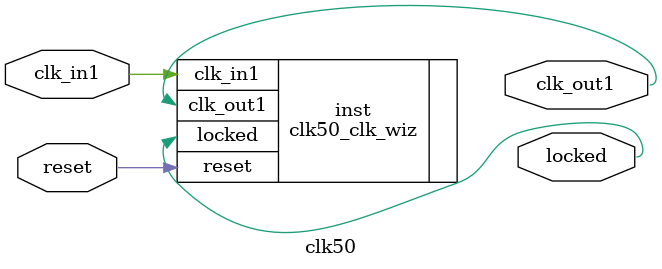
<source format=v>


`timescale 1ps/1ps

(* CORE_GENERATION_INFO = "clk50,clk_wiz_v6_0_3_0_0,{component_name=clk50,use_phase_alignment=true,use_min_o_jitter=false,use_max_i_jitter=false,use_dyn_phase_shift=false,use_inclk_switchover=false,use_dyn_reconfig=false,enable_axi=0,feedback_source=FDBK_AUTO,PRIMITIVE=MMCM,num_out_clk=1,clkin1_period=10.000,clkin2_period=10.000,use_power_down=false,use_reset=true,use_locked=true,use_inclk_stopped=false,feedback_type=SINGLE,CLOCK_MGR_TYPE=NA,manual_override=false}" *)

module clk50 
 (
  // Clock out ports
  output        clk_out1,
  // Status and control signals
  input         reset,
  output        locked,
 // Clock in ports
  input         clk_in1
 );

  clk50_clk_wiz inst
  (
  // Clock out ports  
  .clk_out1(clk_out1),
  // Status and control signals               
  .reset(reset), 
  .locked(locked),
 // Clock in ports
  .clk_in1(clk_in1)
  );

endmodule

</source>
